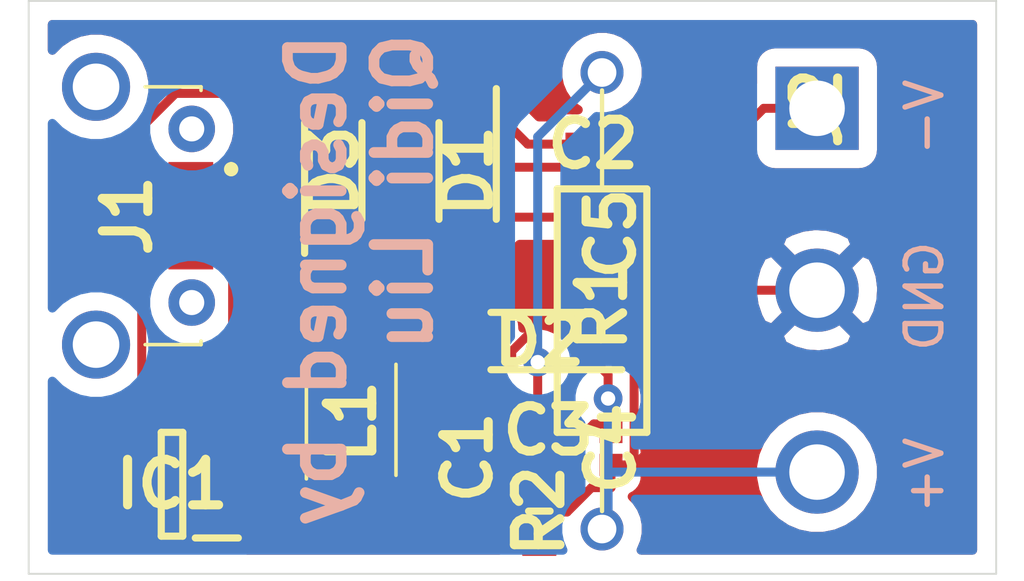
<source format=kicad_pcb>
(kicad_pcb (version 20171130) (host pcbnew 5.1.9+dfsg1-1)

  (general
    (thickness 1.6)
    (drawings 8)
    (tracks 108)
    (zones 0)
    (modules 14)
    (nets 17)
  )

  (page A4)
  (layers
    (0 F.Cu signal)
    (31 B.Cu signal)
    (32 B.Adhes user)
    (33 F.Adhes user)
    (34 B.Paste user)
    (35 F.Paste user)
    (36 B.SilkS user)
    (37 F.SilkS user)
    (38 B.Mask user)
    (39 F.Mask user)
    (40 Dwgs.User user)
    (41 Cmts.User user)
    (42 Eco1.User user)
    (43 Eco2.User user)
    (44 Edge.Cuts user)
    (45 Margin user)
    (46 B.CrtYd user)
    (47 F.CrtYd user)
    (48 B.Fab user)
    (49 F.Fab user)
  )

  (setup
    (last_trace_width 0.25)
    (trace_clearance 0.2)
    (zone_clearance 0.508)
    (zone_45_only no)
    (trace_min 0.2)
    (via_size 0.8)
    (via_drill 0.4)
    (via_min_size 0.4)
    (via_min_drill 0.3)
    (uvia_size 0.3)
    (uvia_drill 0.1)
    (uvias_allowed no)
    (uvia_min_size 0.2)
    (uvia_min_drill 0.1)
    (edge_width 0.05)
    (segment_width 0.2)
    (pcb_text_width 0.3)
    (pcb_text_size 1.5 1.5)
    (mod_edge_width 0.12)
    (mod_text_size 1 1)
    (mod_text_width 0.15)
    (pad_size 1.524 1.524)
    (pad_drill 0.762)
    (pad_to_mask_clearance 0)
    (aux_axis_origin 0 0)
    (visible_elements FFFFFF7F)
    (pcbplotparams
      (layerselection 0x010fc_ffffffff)
      (usegerberextensions false)
      (usegerberattributes true)
      (usegerberadvancedattributes true)
      (creategerberjobfile true)
      (excludeedgelayer true)
      (linewidth 0.100000)
      (plotframeref false)
      (viasonmask false)
      (mode 1)
      (useauxorigin false)
      (hpglpennumber 1)
      (hpglpenspeed 20)
      (hpglpendiameter 15.000000)
      (psnegative false)
      (psa4output false)
      (plotreference true)
      (plotvalue true)
      (plotinvisibletext false)
      (padsonsilk false)
      (subtractmaskfromsilk false)
      (outputformat 1)
      (mirror false)
      (drillshape 1)
      (scaleselection 1)
      (outputdirectory ""))
  )

  (net 0 "")
  (net 1 "Net-(C1-Pad1)")
  (net 2 GND)
  (net 3 "Net-(C2-Pad2)")
  (net 4 "Net-(C2-Pad1)")
  (net 5 /V+)
  (net 6 "Net-(C3-Pad2)")
  (net 7 /V-)
  (net 8 "Net-(J1-Pad2)")
  (net 9 "Net-(J1-Pad3)")
  (net 10 "Net-(J1-Pad4)")
  (net 11 "Net-(J1-PadMH1)")
  (net 12 "Net-(J1-PadMH2)")
  (net 13 "Net-(J1-PadMH3)")
  (net 14 "Net-(J1-PadMH4)")
  (net 15 "Net-(J1-PadMP1)")
  (net 16 "Net-(J1-PadMP2)")

  (net_class Default "This is the default net class."
    (clearance 0.2)
    (trace_width 0.25)
    (via_dia 0.8)
    (via_drill 0.4)
    (uvia_dia 0.3)
    (uvia_drill 0.1)
    (add_net /V+)
    (add_net /V-)
    (add_net GND)
    (add_net "Net-(C1-Pad1)")
    (add_net "Net-(C2-Pad1)")
    (add_net "Net-(C2-Pad2)")
    (add_net "Net-(C3-Pad2)")
    (add_net "Net-(J1-Pad2)")
    (add_net "Net-(J1-Pad3)")
    (add_net "Net-(J1-Pad4)")
    (add_net "Net-(J1-PadMH1)")
    (add_net "Net-(J1-PadMH2)")
    (add_net "Net-(J1-PadMH3)")
    (add_net "Net-(J1-PadMH4)")
    (add_net "Net-(J1-PadMP1)")
    (add_net "Net-(J1-PadMP2)")
  )

  (module my_lib:RESAD1680W62L680D250 (layer F.Cu) (tedit 60FB35F0) (tstamp 60FB3C7F)
    (at 145 107.5 90)
    (descr MFR0W4F1001A50)
    (tags Resistor)
    (path /60FC145B)
    (fp_text reference R1 (at 6.25 0 90) (layer F.SilkS)
      (effects (font (size 1.27 1.27) (thickness 0.254)))
    )
    (fp_text value MFR0W4F1001A50 (at 6.75 -2.75 90) (layer F.SilkS) hide
      (effects (font (size 1.27 1.27) (thickness 0.254)))
    )
    (fp_text user %R (at 6.25 0 90) (layer F.Fab)
      (effects (font (size 1.27 1.27) (thickness 0.254)))
    )
    (fp_line (start 9.5 0) (end 12.25 0) (layer F.SilkS) (width 0.12))
    (fp_line (start 0.5 0) (end 2.75 0) (layer F.SilkS) (width 0.12))
    (fp_line (start 9.5 0) (end 12.25 0) (layer F.Fab) (width 0.1))
    (fp_line (start -0.85 -1.6) (end 13.75 -1.6) (layer F.CrtYd) (width 0.05))
    (fp_line (start 13.75 -1.6) (end 13.75 1.6) (layer F.CrtYd) (width 0.05))
    (fp_line (start 13.75 1.6) (end -0.85 1.6) (layer F.CrtYd) (width 0.05))
    (fp_line (start -0.85 1.6) (end -0.85 -1.6) (layer F.CrtYd) (width 0.05))
    (fp_line (start 2.7 -1.25) (end 9.5 -1.25) (layer F.Fab) (width 0.1))
    (fp_line (start 9.5 -1.25) (end 9.5 1.25) (layer F.Fab) (width 0.1))
    (fp_line (start 9.5 1.25) (end 2.7 1.25) (layer F.Fab) (width 0.1))
    (fp_line (start 2.75 1.25) (end 2.75 -1.25) (layer F.Fab) (width 0.1))
    (fp_line (start 0 0) (end 2.75 0) (layer F.Fab) (width 0.1))
    (fp_line (start 2.7 -1.25) (end 9.5 -1.25) (layer F.SilkS) (width 0.2))
    (fp_line (start 9.5 -1.25) (end 9.5 1.25) (layer F.SilkS) (width 0.2))
    (fp_line (start 9.5 1.25) (end 2.7 1.25) (layer F.SilkS) (width 0.2))
    (fp_line (start 2.7 1.25) (end 2.7 -1.25) (layer F.SilkS) (width 0.2))
    (pad 2 thru_hole circle (at 12.75 0 90) (size 1.2 1.2) (drill 0.8) (layers *.Cu *.Mask)
      (net 6 "Net-(C3-Pad2)"))
    (pad 1 thru_hole circle (at 0 0 90) (size 1.2 1.2) (drill 0.8) (layers *.Cu *.Mask)
      (net 5 /V+))
    (model MFR0W4F1001A50.stp
      (offset (xyz 0 0 2))
      (scale (xyz 0.76 1 1))
      (rotate (xyz 0 0 0))
    )
  )

  (module my_lib:MICROXNJ (layer F.Cu) (tedit 60FB3531) (tstamp 60FB2A4A)
    (at 128.75 98.75 90)
    (descr MICROXNJ-1)
    (tags Connector)
    (path /60FB5FA2)
    (fp_text reference J1 (at 0 3 90) (layer F.SilkS)
      (effects (font (size 1.27 1.27) (thickness 0.254)))
    )
    (fp_text value MICROXNJ (at 0 3 90) (layer F.SilkS) hide
      (effects (font (size 1.27 1.27) (thickness 0.254)))
    )
    (fp_arc (start 1.3 5.9) (end 1.4 5.9) (angle -180) (layer F.SilkS) (width 0.2))
    (fp_arc (start 1.3 5.9) (end 1.2 5.9) (angle -180) (layer F.SilkS) (width 0.2))
    (fp_text user %R (at 0 3 90) (layer F.Fab)
      (effects (font (size 1.27 1.27) (thickness 0.254)))
    )
    (fp_line (start 3.6 5.06) (end 3.5 5.06) (layer F.SilkS) (width 0.1))
    (fp_line (start 3.6 3.5) (end 3.6 5.06) (layer F.SilkS) (width 0.1))
    (fp_line (start -3.6 5.06) (end -3.5 5.06) (layer F.SilkS) (width 0.1))
    (fp_line (start -3.6 5.06) (end -3.6 5.06) (layer F.SilkS) (width 0.1))
    (fp_line (start -3.6 3.5) (end -3.6 5.06) (layer F.SilkS) (width 0.1))
    (fp_line (start 1.4 5.9) (end 1.4 5.9) (layer F.SilkS) (width 0.2))
    (fp_line (start 1.2 5.9) (end 1.2 5.9) (layer F.SilkS) (width 0.2))
    (fp_line (start -5.05 6.5) (end -5.05 -0.5) (layer F.CrtYd) (width 0.1))
    (fp_line (start 5.05 6.5) (end -5.05 6.5) (layer F.CrtYd) (width 0.1))
    (fp_line (start 5.05 -0.5) (end 5.05 6.5) (layer F.CrtYd) (width 0.1))
    (fp_line (start -5.05 -0.5) (end 5.05 -0.5) (layer F.CrtYd) (width 0.1))
    (fp_line (start -3.6 5.06) (end -3.6 0) (layer F.Fab) (width 0.2))
    (fp_line (start 3.6 5.06) (end -3.6 5.06) (layer F.Fab) (width 0.2))
    (fp_line (start 3.6 0) (end 3.6 5.06) (layer F.Fab) (width 0.2))
    (fp_line (start -3.6 0) (end 3.6 0) (layer F.Fab) (width 0.2))
    (pad MP2 smd rect (at -0.8 2.125 90) (size 0.6 1.35) (layers F.Cu F.Paste F.Mask)
      (net 16 "Net-(J1-PadMP2)"))
    (pad MP1 smd rect (at 0.8 2.125 90) (size 0.6 1.35) (layers F.Cu F.Paste F.Mask)
      (net 15 "Net-(J1-PadMP1)"))
    (pad MH4 thru_hole circle (at -3.6 2.13 90) (size 1.9 1.9) (drill 1.3) (layers *.Cu *.Mask)
      (net 14 "Net-(J1-PadMH4)"))
    (pad MH3 thru_hole circle (at 3.6 2.13 90) (size 1.9 1.9) (drill 1.3) (layers *.Cu *.Mask)
      (net 13 "Net-(J1-PadMH3)"))
    (pad MH2 thru_hole circle (at -2.425 4.8 90) (size 1.3 1.3) (drill 0.7) (layers *.Cu *.Mask)
      (net 12 "Net-(J1-PadMH2)"))
    (pad MH1 thru_hole circle (at 2.425 4.8 90) (size 1.3 1.3) (drill 0.7) (layers *.Cu *.Mask)
      (net 11 "Net-(J1-PadMH1)"))
    (pad 5 smd rect (at -1.3 4.775 90) (size 0.4 1.25) (layers F.Cu F.Paste F.Mask)
      (net 1 "Net-(C1-Pad1)"))
    (pad 4 smd rect (at -0.65 4.775 90) (size 0.4 1.25) (layers F.Cu F.Paste F.Mask)
      (net 10 "Net-(J1-Pad4)"))
    (pad 3 smd rect (at 0 4.775 90) (size 0.4 1.25) (layers F.Cu F.Paste F.Mask)
      (net 9 "Net-(J1-Pad3)"))
    (pad 2 smd rect (at 0.65 4.775 90) (size 0.4 1.25) (layers F.Cu F.Paste F.Mask)
      (net 8 "Net-(J1-Pad2)"))
    (pad 1 smd rect (at 1.3 4.775 90) (size 0.4 1.25) (layers F.Cu F.Paste F.Mask)
      (net 2 GND))
    (model MICROXNJ.stp
      (at (xyz 0 0 0))
      (scale (xyz 1 1 1))
      (rotate (xyz 0 0 0))
    )
  )

  (module my_lib:SHDR3W95P0X508_1X3_1524X1000X1420P (layer F.Cu) (tedit 60FB34F5) (tstamp 60FB2A5E)
    (at 151 95.75 270)
    (descr WJ500V-5.08-3P)
    (tags Connector)
    (path /60FCDC14)
    (fp_text reference J2 (at 0 0 90) (layer F.SilkS)
      (effects (font (size 1.27 1.27) (thickness 0.254)))
    )
    (fp_text value WJ500V-5.08-3P (at 0 0 90) (layer F.SilkS) hide
      (effects (font (size 1.27 1.27) (thickness 0.254)))
    )
    (fp_text user %R (at 0 0 90) (layer F.Fab)
      (effects (font (size 1.27 1.27) (thickness 0.254)))
    )
    (fp_line (start 12.7 4.7) (end -2.74 4.7) (layer F.Fab) (width 0.1))
    (fp_line (start 12.7 -5.5) (end 12.7 4.7) (layer F.Fab) (width 0.1))
    (fp_line (start -2.74 -5.5) (end 12.7 -5.5) (layer F.Fab) (width 0.1))
    (fp_line (start -2.74 4.7) (end -2.74 -5.5) (layer F.Fab) (width 0.1))
    (fp_line (start 12.95 4.95) (end -2.99 4.95) (layer F.CrtYd) (width 0.05))
    (fp_line (start 12.95 -5.75) (end 12.95 4.95) (layer F.CrtYd) (width 0.05))
    (fp_line (start -2.99 -5.75) (end 12.95 -5.75) (layer F.CrtYd) (width 0.05))
    (fp_line (start -2.99 4.95) (end -2.99 -5.75) (layer F.CrtYd) (width 0.05))
    (pad 3 thru_hole circle (at 10.16 0 270) (size 2.325 2.325) (drill 1.55) (layers *.Cu *.Mask)
      (net 5 /V+))
    (pad 2 thru_hole circle (at 5.08 0 270) (size 2.325 2.325) (drill 1.55) (layers *.Cu *.Mask)
      (net 2 GND))
    (pad 1 thru_hole rect (at 0 0 270) (size 2.325 2.325) (drill 1.55) (layers *.Cu *.Mask)
      (net 7 /V-))
    (model WJ500V-5.08-3P.stp
      (at (xyz 0 0 0))
      (scale (xyz 1 1 1))
      (rotate (xyz 0 0 0))
    )
  )

  (module my_lib:CAPC1608X90N (layer F.Cu) (tedit 0) (tstamp 60FB299C)
    (at 141.25 105.5 270)
    (descr CL10A106MQ8NNNC)
    (tags Capacitor)
    (path /60FB7A54)
    (attr smd)
    (fp_text reference C1 (at 0 0 90) (layer F.SilkS)
      (effects (font (size 1.27 1.27) (thickness 0.254)))
    )
    (fp_text value CL10A106MQ8NNNC (at 0 0 90) (layer F.SilkS) hide
      (effects (font (size 1.27 1.27) (thickness 0.254)))
    )
    (fp_line (start -1.225 -0.62) (end 1.225 -0.62) (layer F.CrtYd) (width 0.05))
    (fp_line (start 1.225 -0.62) (end 1.225 0.62) (layer F.CrtYd) (width 0.05))
    (fp_line (start 1.225 0.62) (end -1.225 0.62) (layer F.CrtYd) (width 0.05))
    (fp_line (start -1.225 0.62) (end -1.225 -0.62) (layer F.CrtYd) (width 0.05))
    (fp_line (start -0.8 -0.4) (end 0.8 -0.4) (layer F.Fab) (width 0.1))
    (fp_line (start 0.8 -0.4) (end 0.8 0.4) (layer F.Fab) (width 0.1))
    (fp_line (start 0.8 0.4) (end -0.8 0.4) (layer F.Fab) (width 0.1))
    (fp_line (start -0.8 0.4) (end -0.8 -0.4) (layer F.Fab) (width 0.1))
    (fp_text user %R (at 0 0 90) (layer F.Fab)
      (effects (font (size 1.27 1.27) (thickness 0.254)))
    )
    (pad 1 smd rect (at -0.71 0 270) (size 0.73 0.94) (layers F.Cu F.Paste F.Mask)
      (net 1 "Net-(C1-Pad1)"))
    (pad 2 smd rect (at 0.71 0 270) (size 0.73 0.94) (layers F.Cu F.Paste F.Mask)
      (net 2 GND))
    (model CL10A106MQ8NNNC.stp
      (at (xyz 0 0 0))
      (scale (xyz 1 1 1))
      (rotate (xyz 0 0 0))
    )
  )

  (module my_lib:CAPC1005X60N (layer F.Cu) (tedit 0) (tstamp 60FB29AB)
    (at 144.75 96.75)
    (descr CL05A105KA5NQNC)
    (tags Capacitor)
    (path /60FD0814)
    (attr smd)
    (fp_text reference C2 (at 0 0) (layer F.SilkS)
      (effects (font (size 1.27 1.27) (thickness 0.254)))
    )
    (fp_text value CL05A105KA5NQNC (at 0 0) (layer F.SilkS) hide
      (effects (font (size 1.27 1.27) (thickness 0.254)))
    )
    (fp_line (start -0.5 0.25) (end -0.5 -0.25) (layer F.Fab) (width 0.1))
    (fp_line (start 0.5 0.25) (end -0.5 0.25) (layer F.Fab) (width 0.1))
    (fp_line (start 0.5 -0.25) (end 0.5 0.25) (layer F.Fab) (width 0.1))
    (fp_line (start -0.5 -0.25) (end 0.5 -0.25) (layer F.Fab) (width 0.1))
    (fp_line (start -0.92 0.47) (end -0.92 -0.47) (layer F.CrtYd) (width 0.05))
    (fp_line (start 0.92 0.47) (end -0.92 0.47) (layer F.CrtYd) (width 0.05))
    (fp_line (start 0.92 -0.47) (end 0.92 0.47) (layer F.CrtYd) (width 0.05))
    (fp_line (start -0.92 -0.47) (end 0.92 -0.47) (layer F.CrtYd) (width 0.05))
    (fp_text user %R (at 0 0) (layer F.Fab)
      (effects (font (size 1.27 1.27) (thickness 0.254)))
    )
    (pad 2 smd rect (at 0.46 0) (size 0.62 0.64) (layers F.Cu F.Paste F.Mask)
      (net 3 "Net-(C2-Pad2)"))
    (pad 1 smd rect (at -0.46 0) (size 0.62 0.64) (layers F.Cu F.Paste F.Mask)
      (net 4 "Net-(C2-Pad1)"))
    (model CL05A105KA5NQNC.stp
      (at (xyz 0 0 0))
      (scale (xyz 1 1 1))
      (rotate (xyz 0 0 0))
    )
  )

  (module my_lib:CAPC1005X55N (layer F.Cu) (tedit 0) (tstamp 60FB29BA)
    (at 143.5 104.75 180)
    (descr 0402)
    (tags Capacitor)
    (path /60FC5B35)
    (attr smd)
    (fp_text reference C3 (at 0 0) (layer F.SilkS)
      (effects (font (size 1.27 1.27) (thickness 0.254)))
    )
    (fp_text value CC0402JRNPO9BN220 (at 0 0) (layer F.SilkS) hide
      (effects (font (size 1.27 1.27) (thickness 0.254)))
    )
    (fp_line (start -0.91 -0.46) (end 0.91 -0.46) (layer F.CrtYd) (width 0.05))
    (fp_line (start 0.91 -0.46) (end 0.91 0.46) (layer F.CrtYd) (width 0.05))
    (fp_line (start 0.91 0.46) (end -0.91 0.46) (layer F.CrtYd) (width 0.05))
    (fp_line (start -0.91 0.46) (end -0.91 -0.46) (layer F.CrtYd) (width 0.05))
    (fp_line (start -0.5 -0.25) (end 0.5 -0.25) (layer F.Fab) (width 0.1))
    (fp_line (start 0.5 -0.25) (end 0.5 0.25) (layer F.Fab) (width 0.1))
    (fp_line (start 0.5 0.25) (end -0.5 0.25) (layer F.Fab) (width 0.1))
    (fp_line (start -0.5 0.25) (end -0.5 -0.25) (layer F.Fab) (width 0.1))
    (fp_text user %R (at 0 0) (layer F.Fab)
      (effects (font (size 1.27 1.27) (thickness 0.254)))
    )
    (pad 1 smd rect (at -0.47 0 180) (size 0.58 0.62) (layers F.Cu F.Paste F.Mask)
      (net 5 /V+))
    (pad 2 smd rect (at 0.47 0 180) (size 0.58 0.62) (layers F.Cu F.Paste F.Mask)
      (net 6 "Net-(C3-Pad2)"))
    (model CC0402JRNPO9BN220.stp
      (at (xyz 0 0 0))
      (scale (xyz 1 1 1))
      (rotate (xyz 0 0 0))
    )
  )

  (module my_lib:CAPC1005X60N (layer F.Cu) (tedit 0) (tstamp 60FB29C9)
    (at 145.25 105.25 270)
    (descr CL05A105KA5NQNC)
    (tags Capacitor)
    (path /60FCB24E)
    (attr smd)
    (fp_text reference C4 (at 0 0 90) (layer F.SilkS)
      (effects (font (size 1.27 1.27) (thickness 0.254)))
    )
    (fp_text value CL05A105KA5NQNC (at 0 0 90) (layer F.SilkS) hide
      (effects (font (size 1.27 1.27) (thickness 0.254)))
    )
    (fp_line (start -0.92 -0.47) (end 0.92 -0.47) (layer F.CrtYd) (width 0.05))
    (fp_line (start 0.92 -0.47) (end 0.92 0.47) (layer F.CrtYd) (width 0.05))
    (fp_line (start 0.92 0.47) (end -0.92 0.47) (layer F.CrtYd) (width 0.05))
    (fp_line (start -0.92 0.47) (end -0.92 -0.47) (layer F.CrtYd) (width 0.05))
    (fp_line (start -0.5 -0.25) (end 0.5 -0.25) (layer F.Fab) (width 0.1))
    (fp_line (start 0.5 -0.25) (end 0.5 0.25) (layer F.Fab) (width 0.1))
    (fp_line (start 0.5 0.25) (end -0.5 0.25) (layer F.Fab) (width 0.1))
    (fp_line (start -0.5 0.25) (end -0.5 -0.25) (layer F.Fab) (width 0.1))
    (fp_text user %R (at 0 0 90) (layer F.Fab)
      (effects (font (size 1.27 1.27) (thickness 0.254)))
    )
    (pad 1 smd rect (at -0.46 0 270) (size 0.62 0.64) (layers F.Cu F.Paste F.Mask)
      (net 5 /V+))
    (pad 2 smd rect (at 0.46 0 270) (size 0.62 0.64) (layers F.Cu F.Paste F.Mask)
      (net 2 GND))
    (model CL05A105KA5NQNC.stp
      (at (xyz 0 0 0))
      (scale (xyz 1 1 1))
      (rotate (xyz 0 0 0))
    )
  )

  (module my_lib:CAPC1005X60N (layer F.Cu) (tedit 0) (tstamp 60FB29D8)
    (at 145.25 99.25 270)
    (descr CL05A105KA5NQNC)
    (tags Capacitor)
    (path /60FDA185)
    (attr smd)
    (fp_text reference C5 (at 0 0 90) (layer F.SilkS)
      (effects (font (size 1.27 1.27) (thickness 0.254)))
    )
    (fp_text value CL05A105KA5NQNC (at 0 0 90) (layer F.SilkS) hide
      (effects (font (size 1.27 1.27) (thickness 0.254)))
    )
    (fp_line (start -0.92 -0.47) (end 0.92 -0.47) (layer F.CrtYd) (width 0.05))
    (fp_line (start 0.92 -0.47) (end 0.92 0.47) (layer F.CrtYd) (width 0.05))
    (fp_line (start 0.92 0.47) (end -0.92 0.47) (layer F.CrtYd) (width 0.05))
    (fp_line (start -0.92 0.47) (end -0.92 -0.47) (layer F.CrtYd) (width 0.05))
    (fp_line (start -0.5 -0.25) (end 0.5 -0.25) (layer F.Fab) (width 0.1))
    (fp_line (start 0.5 -0.25) (end 0.5 0.25) (layer F.Fab) (width 0.1))
    (fp_line (start 0.5 0.25) (end -0.5 0.25) (layer F.Fab) (width 0.1))
    (fp_line (start -0.5 0.25) (end -0.5 -0.25) (layer F.Fab) (width 0.1))
    (fp_text user %R (at 0 0 90) (layer F.Fab)
      (effects (font (size 1.27 1.27) (thickness 0.254)))
    )
    (pad 1 smd rect (at -0.46 0 270) (size 0.62 0.64) (layers F.Cu F.Paste F.Mask)
      (net 7 /V-))
    (pad 2 smd rect (at 0.46 0 270) (size 0.62 0.64) (layers F.Cu F.Paste F.Mask)
      (net 2 GND))
    (model CL05A105KA5NQNC.stp
      (at (xyz 0 0 0))
      (scale (xyz 1 1 1))
      (rotate (xyz 0 0 0))
    )
  )

  (module my_lib:SOD3816X128N (layer F.Cu) (tedit 0) (tstamp 60FB29EA)
    (at 141.25 97.5 270)
    (descr MBR0520L-1)
    (tags "Schottky Diode")
    (path /60FD8740)
    (attr smd)
    (fp_text reference D1 (at 0 0 90) (layer F.SilkS)
      (effects (font (size 1.27 1.27) (thickness 0.254)))
    )
    (fp_text value MBR0520L (at 0 0 90) (layer F.SilkS) hide
      (effects (font (size 1.27 1.27) (thickness 0.254)))
    )
    (fp_line (start -2.55 -1.675) (end 2.55 -1.675) (layer F.CrtYd) (width 0.05))
    (fp_line (start 2.55 -1.675) (end 2.55 1.675) (layer F.CrtYd) (width 0.05))
    (fp_line (start 2.55 1.675) (end -2.55 1.675) (layer F.CrtYd) (width 0.05))
    (fp_line (start -2.55 1.675) (end -2.55 -1.675) (layer F.CrtYd) (width 0.05))
    (fp_line (start -1.35 -0.8) (end 1.35 -0.8) (layer F.Fab) (width 0.1))
    (fp_line (start 1.35 -0.8) (end 1.35 0.8) (layer F.Fab) (width 0.1))
    (fp_line (start 1.35 0.8) (end -1.35 0.8) (layer F.Fab) (width 0.1))
    (fp_line (start -1.35 0.8) (end -1.35 -0.8) (layer F.Fab) (width 0.1))
    (fp_line (start -1.35 -0.2) (end -0.75 -0.8) (layer F.Fab) (width 0.1))
    (fp_line (start -2.3 -0.8) (end 1.35 -0.8) (layer F.SilkS) (width 0.2))
    (fp_line (start -1.35 0.8) (end 1.35 0.8) (layer F.SilkS) (width 0.2))
    (fp_text user %R (at 0 0 90) (layer F.Fab)
      (effects (font (size 1.27 1.27) (thickness 0.254)))
    )
    (pad 1 smd rect (at -1.7 0) (size 0.8 1.2) (layers F.Cu F.Paste F.Mask)
      (net 4 "Net-(C2-Pad1)"))
    (pad 2 smd rect (at 1.7 0) (size 0.8 1.2) (layers F.Cu F.Paste F.Mask)
      (net 7 /V-))
    (model MBR0520L.stp
      (at (xyz 0 0 0))
      (scale (xyz 1 1 1))
      (rotate (xyz 0 0 0))
    )
  )

  (module my_lib:SOD3816X128N (layer F.Cu) (tedit 0) (tstamp 60FB29FC)
    (at 143.25 102.25 180)
    (descr MBR0520L-1)
    (tags "Schottky Diode")
    (path /60FBFBA6)
    (attr smd)
    (fp_text reference D2 (at 0 0) (layer F.SilkS)
      (effects (font (size 1.27 1.27) (thickness 0.254)))
    )
    (fp_text value MBR0520L (at 0 0) (layer F.SilkS) hide
      (effects (font (size 1.27 1.27) (thickness 0.254)))
    )
    (fp_line (start -2.55 -1.675) (end 2.55 -1.675) (layer F.CrtYd) (width 0.05))
    (fp_line (start 2.55 -1.675) (end 2.55 1.675) (layer F.CrtYd) (width 0.05))
    (fp_line (start 2.55 1.675) (end -2.55 1.675) (layer F.CrtYd) (width 0.05))
    (fp_line (start -2.55 1.675) (end -2.55 -1.675) (layer F.CrtYd) (width 0.05))
    (fp_line (start -1.35 -0.8) (end 1.35 -0.8) (layer F.Fab) (width 0.1))
    (fp_line (start 1.35 -0.8) (end 1.35 0.8) (layer F.Fab) (width 0.1))
    (fp_line (start 1.35 0.8) (end -1.35 0.8) (layer F.Fab) (width 0.1))
    (fp_line (start -1.35 0.8) (end -1.35 -0.8) (layer F.Fab) (width 0.1))
    (fp_line (start -1.35 -0.2) (end -0.75 -0.8) (layer F.Fab) (width 0.1))
    (fp_line (start -2.3 -0.8) (end 1.35 -0.8) (layer F.SilkS) (width 0.2))
    (fp_line (start -1.35 0.8) (end 1.35 0.8) (layer F.SilkS) (width 0.2))
    (fp_text user %R (at 0 0) (layer F.Fab)
      (effects (font (size 1.27 1.27) (thickness 0.254)))
    )
    (pad 1 smd rect (at -1.7 0 270) (size 0.8 1.2) (layers F.Cu F.Paste F.Mask)
      (net 5 /V+))
    (pad 2 smd rect (at 1.7 0 270) (size 0.8 1.2) (layers F.Cu F.Paste F.Mask)
      (net 3 "Net-(C2-Pad2)"))
    (model MBR0520L.stp
      (at (xyz 0 0 0))
      (scale (xyz 1 1 1))
      (rotate (xyz 0 0 0))
    )
  )

  (module my_lib:SOD3816X128N (layer F.Cu) (tedit 0) (tstamp 60FB2A0E)
    (at 137.5 97.5 90)
    (descr MBR0520L-1)
    (tags "Schottky Diode")
    (path /60FD5EF1)
    (attr smd)
    (fp_text reference D3 (at 0 0 90) (layer F.SilkS)
      (effects (font (size 1.27 1.27) (thickness 0.254)))
    )
    (fp_text value MBR0520L (at 0 0 90) (layer F.SilkS) hide
      (effects (font (size 1.27 1.27) (thickness 0.254)))
    )
    (fp_line (start -1.35 0.8) (end 1.35 0.8) (layer F.SilkS) (width 0.2))
    (fp_line (start -2.3 -0.8) (end 1.35 -0.8) (layer F.SilkS) (width 0.2))
    (fp_line (start -1.35 -0.2) (end -0.75 -0.8) (layer F.Fab) (width 0.1))
    (fp_line (start -1.35 0.8) (end -1.35 -0.8) (layer F.Fab) (width 0.1))
    (fp_line (start 1.35 0.8) (end -1.35 0.8) (layer F.Fab) (width 0.1))
    (fp_line (start 1.35 -0.8) (end 1.35 0.8) (layer F.Fab) (width 0.1))
    (fp_line (start -1.35 -0.8) (end 1.35 -0.8) (layer F.Fab) (width 0.1))
    (fp_line (start -2.55 1.675) (end -2.55 -1.675) (layer F.CrtYd) (width 0.05))
    (fp_line (start 2.55 1.675) (end -2.55 1.675) (layer F.CrtYd) (width 0.05))
    (fp_line (start 2.55 -1.675) (end 2.55 1.675) (layer F.CrtYd) (width 0.05))
    (fp_line (start -2.55 -1.675) (end 2.55 -1.675) (layer F.CrtYd) (width 0.05))
    (fp_text user %R (at 0 0 90) (layer F.Fab)
      (effects (font (size 1.27 1.27) (thickness 0.254)))
    )
    (pad 2 smd rect (at 1.7 0 180) (size 0.8 1.2) (layers F.Cu F.Paste F.Mask)
      (net 4 "Net-(C2-Pad1)"))
    (pad 1 smd rect (at -1.7 0 180) (size 0.8 1.2) (layers F.Cu F.Paste F.Mask)
      (net 2 GND))
    (model MBR0520L.stp
      (at (xyz 0 0 0))
      (scale (xyz 1 1 1))
      (rotate (xyz 0 0 0))
    )
  )

  (module my_lib:SOT95P280X145-5N (layer F.Cu) (tedit 0) (tstamp 60FB2A26)
    (at 133 106.25 180)
    (descr "DBV (R-PDSO-G5)")
    (tags "Integrated Circuit")
    (path /60FB39DB)
    (attr smd)
    (fp_text reference IC1 (at 0 0) (layer F.SilkS)
      (effects (font (size 1.27 1.27) (thickness 0.254)))
    )
    (fp_text value TPS61040DBVR (at 0 0) (layer F.SilkS) hide
      (effects (font (size 1.27 1.27) (thickness 0.254)))
    )
    (fp_line (start -2.1 -1.775) (end 2.1 -1.775) (layer F.CrtYd) (width 0.05))
    (fp_line (start 2.1 -1.775) (end 2.1 1.775) (layer F.CrtYd) (width 0.05))
    (fp_line (start 2.1 1.775) (end -2.1 1.775) (layer F.CrtYd) (width 0.05))
    (fp_line (start -2.1 1.775) (end -2.1 -1.775) (layer F.CrtYd) (width 0.05))
    (fp_line (start -0.8 -1.45) (end 0.8 -1.45) (layer F.Fab) (width 0.1))
    (fp_line (start 0.8 -1.45) (end 0.8 1.45) (layer F.Fab) (width 0.1))
    (fp_line (start 0.8 1.45) (end -0.8 1.45) (layer F.Fab) (width 0.1))
    (fp_line (start -0.8 1.45) (end -0.8 -1.45) (layer F.Fab) (width 0.1))
    (fp_line (start -0.8 -0.5) (end 0.15 -1.45) (layer F.Fab) (width 0.1))
    (fp_line (start -0.3 -1.45) (end 0.3 -1.45) (layer F.SilkS) (width 0.2))
    (fp_line (start 0.3 -1.45) (end 0.3 1.45) (layer F.SilkS) (width 0.2))
    (fp_line (start 0.3 1.45) (end -0.3 1.45) (layer F.SilkS) (width 0.2))
    (fp_line (start -0.3 1.45) (end -0.3 -1.45) (layer F.SilkS) (width 0.2))
    (fp_line (start -1.85 -1.5) (end -0.65 -1.5) (layer F.SilkS) (width 0.2))
    (fp_text user %R (at 0 0) (layer F.Fab)
      (effects (font (size 1.27 1.27) (thickness 0.254)))
    )
    (pad 1 smd rect (at -1.25 -0.95 270) (size 0.6 1.2) (layers F.Cu F.Paste F.Mask)
      (net 3 "Net-(C2-Pad2)"))
    (pad 2 smd rect (at -1.25 0 270) (size 0.6 1.2) (layers F.Cu F.Paste F.Mask)
      (net 2 GND))
    (pad 3 smd rect (at -1.25 0.95 270) (size 0.6 1.2) (layers F.Cu F.Paste F.Mask)
      (net 6 "Net-(C3-Pad2)"))
    (pad 4 smd rect (at 1.25 0.95 270) (size 0.6 1.2) (layers F.Cu F.Paste F.Mask)
      (net 1 "Net-(C1-Pad1)"))
    (pad 5 smd rect (at 1.25 -0.95 270) (size 0.6 1.2) (layers F.Cu F.Paste F.Mask)
      (net 1 "Net-(C1-Pad1)"))
    (model TPS61040DBVR.stp
      (at (xyz 0 0 0))
      (scale (xyz 1 1 1))
      (rotate (xyz 0 0 0))
    )
  )

  (module my_lib:LQH32DN100K23L (layer F.Cu) (tedit 0) (tstamp 60FB2A71)
    (at 138 104.5 270)
    (descr "1210 (3225) L=3.2±0.3mm W=2.5±0.2mm T=2.0±0.2mm")
    (tags Inductor)
    (path /60FBE9EA)
    (attr smd)
    (fp_text reference L1 (at 0 0 90) (layer F.SilkS)
      (effects (font (size 1.27 1.27) (thickness 0.254)))
    )
    (fp_text value LQH32CN4R7M33L (at 0 0 90) (layer F.SilkS) hide
      (effects (font (size 1.27 1.27) (thickness 0.254)))
    )
    (fp_line (start -1.6 -1.25) (end 1.6 -1.25) (layer F.Fab) (width 0.2))
    (fp_line (start 1.6 -1.25) (end 1.6 1.25) (layer F.Fab) (width 0.2))
    (fp_line (start 1.6 1.25) (end -1.6 1.25) (layer F.Fab) (width 0.2))
    (fp_line (start -1.6 1.25) (end -1.6 -1.25) (layer F.Fab) (width 0.2))
    (fp_line (start -3.75 -2.25) (end 3.75 -2.25) (layer F.CrtYd) (width 0.1))
    (fp_line (start 3.75 -2.25) (end 3.75 2.25) (layer F.CrtYd) (width 0.1))
    (fp_line (start 3.75 2.25) (end -3.75 2.25) (layer F.CrtYd) (width 0.1))
    (fp_line (start -3.75 2.25) (end -3.75 -2.25) (layer F.CrtYd) (width 0.1))
    (fp_line (start -1.6 -1.25) (end 1.5 -1.25) (layer F.SilkS) (width 0.1))
    (fp_line (start -1.5 1.25) (end 1.6 1.25) (layer F.SilkS) (width 0.1))
    (fp_text user %R (at 0 0 90) (layer F.Fab)
      (effects (font (size 1.27 1.27) (thickness 0.254)))
    )
    (pad 1 smd rect (at -1.15 0 270) (size 1 2) (layers F.Cu F.Paste F.Mask)
      (net 1 "Net-(C1-Pad1)"))
    (pad 2 smd rect (at 1.15 0 270) (size 1 2) (layers F.Cu F.Paste F.Mask)
      (net 3 "Net-(C2-Pad2)"))
    (pad 3 smd rect (at -2.2 0) (size 1 1.1) (layers F.Cu F.Paste F.Mask))
    (pad 4 smd rect (at 2.2 0) (size 1 1.1) (layers F.Cu F.Paste F.Mask))
    (model LQH32CN4R7M33L.stp
      (at (xyz 0 0 0))
      (scale (xyz 1 1 1))
      (rotate (xyz 0 0 0))
    )
  )

  (module my_lib:RESC1608X55N (layer F.Cu) (tedit 0) (tstamp 60FB2A98)
    (at 143.25 107 270)
    (descr 1.6mmx0.8mm)
    (tags Resistor)
    (path /60FC2832)
    (attr smd)
    (fp_text reference R2 (at 0 0 90) (layer F.SilkS)
      (effects (font (size 1.27 1.27) (thickness 0.254)))
    )
    (fp_text value 0603WAF1001T5E (at 0 0 90) (layer F.SilkS) hide
      (effects (font (size 1.27 1.27) (thickness 0.254)))
    )
    (fp_line (start -1.5 -0.75) (end 1.5 -0.75) (layer F.CrtYd) (width 0.05))
    (fp_line (start 1.5 -0.75) (end 1.5 0.75) (layer F.CrtYd) (width 0.05))
    (fp_line (start 1.5 0.75) (end -1.5 0.75) (layer F.CrtYd) (width 0.05))
    (fp_line (start -1.5 0.75) (end -1.5 -0.75) (layer F.CrtYd) (width 0.05))
    (fp_line (start -0.8 -0.4) (end 0.8 -0.4) (layer F.Fab) (width 0.1))
    (fp_line (start 0.8 -0.4) (end 0.8 0.4) (layer F.Fab) (width 0.1))
    (fp_line (start 0.8 0.4) (end -0.8 0.4) (layer F.Fab) (width 0.1))
    (fp_line (start -0.8 0.4) (end -0.8 -0.4) (layer F.Fab) (width 0.1))
    (fp_line (start 0 -0.3) (end 0 0.3) (layer F.SilkS) (width 0.2))
    (fp_text user %R (at 0 0 90) (layer F.Fab)
      (effects (font (size 1.27 1.27) (thickness 0.254)))
    )
    (pad 1 smd rect (at -0.8 0 270) (size 0.9 0.95) (layers F.Cu F.Paste F.Mask)
      (net 6 "Net-(C3-Pad2)"))
    (pad 2 smd rect (at 0.8 0 270) (size 0.9 0.95) (layers F.Cu F.Paste F.Mask)
      (net 2 GND))
    (model 0603WAF1001T5E.stp
      (at (xyz 0 0 0))
      (scale (xyz 1 1 1))
      (rotate (xyz 0 0 0))
    )
  )

  (gr_text V- (at 154 96 90) (layer B.SilkS)
    (effects (font (size 1 1) (thickness 0.15)) (justify mirror))
  )
  (gr_text GND (at 154 101 90) (layer B.SilkS)
    (effects (font (size 1 1) (thickness 0.15)) (justify mirror))
  )
  (gr_text V+ (at 154 106 90) (layer B.SilkS)
    (effects (font (size 1 1) (thickness 0.15)) (justify mirror))
  )
  (gr_text "Designed by \nQidi Liu" (at 138.25 93.5 90) (layer B.SilkS)
    (effects (font (size 1.5 1.5) (thickness 0.3)) (justify left mirror))
  )
  (gr_line (start 129 108.75) (end 129 92.75) (layer Edge.Cuts) (width 0.05) (tstamp 60FB4BD7))
  (gr_line (start 156 108.75) (end 129 108.75) (layer Edge.Cuts) (width 0.05))
  (gr_line (start 156 92.75) (end 156 108.75) (layer Edge.Cuts) (width 0.05))
  (gr_line (start 129 92.75) (end 156 92.75) (layer Edge.Cuts) (width 0.05))

  (segment (start 141.25 104.79) (end 141.25 104.0997) (width 0.25) (layer F.Cu) (net 1))
  (segment (start 131.75 105.3) (end 132.6753 105.3) (width 0.25) (layer F.Cu) (net 1))
  (segment (start 132.6753 107.2) (end 132.6753 105.3) (width 0.25) (layer F.Cu) (net 1))
  (segment (start 131.75 107.2) (end 132.6753 107.2) (width 0.25) (layer F.Cu) (net 1))
  (segment (start 141.25 104.0997) (end 140.5597 104.0997) (width 0.25) (layer F.Cu) (net 1))
  (segment (start 140.5597 104.0997) (end 139.81 103.35) (width 0.25) (layer F.Cu) (net 1))
  (segment (start 139.81 103.35) (end 138 103.35) (width 0.25) (layer F.Cu) (net 1))
  (segment (start 133.525 100.05) (end 134.4753 100.05) (width 0.25) (layer F.Cu) (net 1))
  (segment (start 138 103.35) (end 136.7409 103.35) (width 0.25) (layer F.Cu) (net 1))
  (segment (start 134.6915 103.2838) (end 134.6915 100.2662) (width 0.25) (layer F.Cu) (net 1))
  (segment (start 134.6915 100.2662) (end 134.4753 100.05) (width 0.25) (layer F.Cu) (net 1))
  (segment (start 136.7409 103.35) (end 136.6747 103.2838) (width 0.25) (layer F.Cu) (net 1))
  (segment (start 136.6747 103.2838) (end 134.6915 103.2838) (width 0.25) (layer F.Cu) (net 1))
  (segment (start 134.6915 103.2838) (end 132.6753 105.3) (width 0.25) (layer F.Cu) (net 1))
  (segment (start 133.525 97.45) (end 135.0247 97.45) (width 0.25) (layer F.Cu) (net 2))
  (segment (start 135.0247 97.45) (end 136.7747 99.2) (width 0.25) (layer F.Cu) (net 2))
  (segment (start 137.1374 99.2) (end 136.7747 99.2) (width 0.25) (layer F.Cu) (net 2))
  (segment (start 141.25 106.21) (end 141.25 106.585) (width 0.25) (layer F.Cu) (net 2))
  (segment (start 141.25 106.585) (end 141.0102 106.585) (width 0.25) (layer F.Cu) (net 2))
  (segment (start 141.0102 106.585) (end 139.2408 104.8156) (width 0.25) (layer F.Cu) (net 2))
  (segment (start 139.2408 104.8156) (end 136.8722 104.8156) (width 0.25) (layer F.Cu) (net 2))
  (segment (start 136.8722 104.8156) (end 135.4378 106.25) (width 0.25) (layer F.Cu) (net 2))
  (segment (start 135.4378 106.25) (end 134.25 106.25) (width 0.25) (layer F.Cu) (net 2))
  (segment (start 137.1374 99.2) (end 137.5 99.2) (width 0.25) (layer F.Cu) (net 2))
  (segment (start 137.5 99.2) (end 137.5 100.1253) (width 0.25) (layer F.Cu) (net 2))
  (segment (start 145.8953 105.71) (end 145.8953 101.5227) (width 0.25) (layer F.Cu) (net 2))
  (segment (start 145.8953 101.5227) (end 145.8754 101.5028) (width 0.25) (layer F.Cu) (net 2))
  (segment (start 145.25 105.71) (end 145.8953 105.71) (width 0.25) (layer F.Cu) (net 2))
  (segment (start 145.8754 100.83) (end 145.3907 100.3453) (width 0.25) (layer F.Cu) (net 2))
  (segment (start 145.3907 100.3453) (end 145.25 100.3453) (width 0.25) (layer F.Cu) (net 2))
  (segment (start 145.8754 101.5028) (end 145.8754 100.83) (width 0.25) (layer F.Cu) (net 2))
  (segment (start 145.8754 100.83) (end 151 100.83) (width 0.25) (layer F.Cu) (net 2))
  (segment (start 145.25 99.71) (end 145.25 100.3453) (width 0.25) (layer F.Cu) (net 2))
  (segment (start 145.8754 101.5028) (end 143.5138 101.5028) (width 0.25) (layer F.Cu) (net 2))
  (segment (start 143.5138 101.5028) (end 142.4793 102.5373) (width 0.25) (layer F.Cu) (net 2))
  (segment (start 142.4793 102.5373) (end 142.4793 102.8393) (width 0.25) (layer F.Cu) (net 2))
  (segment (start 142.4793 102.8393) (end 142.3253 102.9933) (width 0.25) (layer F.Cu) (net 2))
  (segment (start 142.3253 102.9933) (end 140.368 102.9933) (width 0.25) (layer F.Cu) (net 2))
  (segment (start 140.368 102.9933) (end 137.5 100.1253) (width 0.25) (layer F.Cu) (net 2))
  (segment (start 145.25 105.71) (end 145.25 106.3453) (width 0.25) (layer F.Cu) (net 2))
  (segment (start 142.4497 107.8) (end 142.4497 107.7847) (width 0.25) (layer F.Cu) (net 2))
  (segment (start 142.4497 107.7847) (end 141.25 106.585) (width 0.25) (layer F.Cu) (net 2))
  (segment (start 143.25 107.0247) (end 144.0253 107.0247) (width 0.25) (layer F.Cu) (net 2))
  (segment (start 144.0253 107.0247) (end 144.7047 106.3453) (width 0.25) (layer F.Cu) (net 2))
  (segment (start 144.7047 106.3453) (end 145.25 106.3453) (width 0.25) (layer F.Cu) (net 2))
  (segment (start 143.25 107.8) (end 142.4497 107.8) (width 0.25) (layer F.Cu) (net 2))
  (segment (start 143.25 107.8) (end 143.25 107.0247) (width 0.25) (layer F.Cu) (net 2))
  (segment (start 141.55 102.25) (end 141.55 101.5247) (width 0.25) (layer F.Cu) (net 3))
  (segment (start 145.21 96.75) (end 145.21 97.3953) (width 0.25) (layer F.Cu) (net 3))
  (segment (start 134.25 107.2) (end 133.3247 107.2) (width 0.25) (layer F.Cu) (net 3))
  (segment (start 140.518 97.3953) (end 137.4445 97.3953) (width 0.25) (layer F.Cu) (net 3))
  (segment (start 137.4445 97.3953) (end 135.3831 95.3339) (width 0.25) (layer F.Cu) (net 3))
  (segment (start 135.3831 95.3339) (end 133.0979 95.3339) (width 0.25) (layer F.Cu) (net 3))
  (segment (start 133.0979 95.3339) (end 132.1554 96.2764) (width 0.25) (layer F.Cu) (net 3))
  (segment (start 132.1554 96.2764) (end 132.1554 103.4439) (width 0.25) (layer F.Cu) (net 3))
  (segment (start 132.1554 103.4439) (end 130.8246 104.7747) (width 0.25) (layer F.Cu) (net 3))
  (segment (start 130.8246 104.7747) (end 130.8246 107.6353) (width 0.25) (layer F.Cu) (net 3))
  (segment (start 130.8246 107.6353) (end 131.0146 107.8253) (width 0.25) (layer F.Cu) (net 3))
  (segment (start 131.0146 107.8253) (end 132.6994 107.8253) (width 0.25) (layer F.Cu) (net 3))
  (segment (start 132.6994 107.8253) (end 133.3247 107.2) (width 0.25) (layer F.Cu) (net 3))
  (segment (start 145.21 97.3953) (end 140.518 97.3953) (width 0.25) (layer F.Cu) (net 3))
  (segment (start 140.518 97.3953) (end 140.518 100.4927) (width 0.25) (layer F.Cu) (net 3))
  (segment (start 140.518 100.4927) (end 141.55 101.5247) (width 0.25) (layer F.Cu) (net 3))
  (segment (start 136.6747 105.65) (end 135.1753 107.1494) (width 0.25) (layer F.Cu) (net 3))
  (segment (start 135.1753 107.1494) (end 135.1753 107.2) (width 0.25) (layer F.Cu) (net 3))
  (segment (start 138 105.65) (end 136.6747 105.65) (width 0.25) (layer F.Cu) (net 3))
  (segment (start 134.25 107.2) (end 135.1753 107.2) (width 0.25) (layer F.Cu) (net 3))
  (segment (start 137.5 95.8) (end 141.25 95.8) (width 0.25) (layer F.Cu) (net 4))
  (segment (start 141.9753 95.8) (end 142.9253 96.75) (width 0.25) (layer F.Cu) (net 4))
  (segment (start 142.9253 96.75) (end 144.29 96.75) (width 0.25) (layer F.Cu) (net 4))
  (segment (start 141.25 95.8) (end 141.9753 95.8) (width 0.25) (layer F.Cu) (net 4))
  (segment (start 143.97 104.75) (end 144.5853 104.75) (width 0.25) (layer F.Cu) (net 5))
  (segment (start 145.1694 103.8556) (end 145.1694 104.5652) (width 0.25) (layer F.Cu) (net 5))
  (segment (start 145.25 104.79) (end 145.25 104.6458) (width 0.25) (layer F.Cu) (net 5))
  (segment (start 145.25 104.6458) (end 145.1694 104.5652) (width 0.25) (layer F.Cu) (net 5))
  (segment (start 145.1694 104.5652) (end 144.7701 104.5652) (width 0.25) (layer F.Cu) (net 5))
  (segment (start 144.7701 104.5652) (end 144.5853 104.75) (width 0.25) (layer F.Cu) (net 5))
  (segment (start 144.95 102.9753) (end 145.1694 103.1947) (width 0.25) (layer F.Cu) (net 5))
  (segment (start 145.1694 103.1947) (end 145.1694 103.8556) (width 0.25) (layer F.Cu) (net 5))
  (segment (start 144.95 102.25) (end 144.95 102.9753) (width 0.25) (layer F.Cu) (net 5))
  (segment (start 145.1694 105.91) (end 151 105.91) (width 0.25) (layer B.Cu) (net 5))
  (segment (start 145 107.5) (end 145.1694 107.3306) (width 0.25) (layer B.Cu) (net 5))
  (segment (start 145.1694 107.3306) (end 145.1694 105.91) (width 0.25) (layer B.Cu) (net 5))
  (segment (start 145.1694 105.91) (end 145.1694 103.8556) (width 0.25) (layer B.Cu) (net 5))
  (via (at 145.1694 103.8556) (size 0.8) (layers F.Cu B.Cu) (net 5))
  (segment (start 143.25 106.2) (end 143.25 105.4247) (width 0.25) (layer F.Cu) (net 6))
  (segment (start 143.03 104.75) (end 143.03 105.3202) (width 0.25) (layer F.Cu) (net 6))
  (segment (start 134.25 105.3) (end 135.1753 105.3) (width 0.25) (layer F.Cu) (net 6))
  (segment (start 143.25 105.4247) (end 143.2327 105.4074) (width 0.25) (layer F.Cu) (net 6))
  (segment (start 143.2327 105.4074) (end 143.03 105.4074) (width 0.25) (layer F.Cu) (net 6))
  (segment (start 143.03 105.3202) (end 143.03 105.4074) (width 0.25) (layer F.Cu) (net 6))
  (segment (start 143.03 105.4074) (end 142.957 105.4804) (width 0.25) (layer F.Cu) (net 6))
  (segment (start 142.957 105.4804) (end 140.5804 105.4804) (width 0.25) (layer F.Cu) (net 6))
  (segment (start 140.5804 105.4804) (end 139.4653 104.3653) (width 0.25) (layer F.Cu) (net 6))
  (segment (start 139.4653 104.3653) (end 136.11 104.3653) (width 0.25) (layer F.Cu) (net 6))
  (segment (start 136.11 104.3653) (end 135.1753 105.3) (width 0.25) (layer F.Cu) (net 6))
  (segment (start 145 94.75) (end 143.2046 96.5454) (width 0.25) (layer B.Cu) (net 6))
  (segment (start 143.2046 96.5454) (end 143.2046 102.8377) (width 0.25) (layer B.Cu) (net 6))
  (segment (start 143.2046 102.8377) (end 143.2046 103.9401) (width 0.25) (layer F.Cu) (net 6))
  (segment (start 143.2046 103.9401) (end 143.03 104.1147) (width 0.25) (layer F.Cu) (net 6))
  (segment (start 143.03 104.75) (end 143.03 104.1147) (width 0.25) (layer F.Cu) (net 6))
  (via (at 143.2046 102.8377) (size 0.8) (layers F.Cu B.Cu) (net 6))
  (segment (start 149.5122 95.75) (end 146.4722 98.79) (width 0.25) (layer F.Cu) (net 7))
  (segment (start 146.4722 98.79) (end 145.25 98.79) (width 0.25) (layer F.Cu) (net 7))
  (segment (start 151 95.75) (end 149.5122 95.75) (width 0.25) (layer F.Cu) (net 7))
  (segment (start 141.9753 99.2) (end 142.3853 98.79) (width 0.25) (layer F.Cu) (net 7))
  (segment (start 142.3853 98.79) (end 145.25 98.79) (width 0.25) (layer F.Cu) (net 7))
  (segment (start 141.25 99.2) (end 141.9753 99.2) (width 0.25) (layer F.Cu) (net 7))

  (zone (net 2) (net_name GND) (layer F.Cu) (tstamp 0) (hatch edge 0.508)
    (connect_pads (clearance 0.508))
    (min_thickness 0.254)
    (fill yes (arc_segments 32) (thermal_gap 0.508) (thermal_bridge_width 0.508))
    (polygon
      (pts
        (xy 156 108.75) (xy 129 108.75) (xy 129 92.75) (xy 156 92.75)
      )
    )
    (filled_polygon
      (pts
        (xy 155.340001 108.09) (xy 146.091097 108.09) (xy 146.094443 108.084992) (xy 146.18754 107.860236) (xy 146.235 107.621637)
        (xy 146.235 107.378363) (xy 146.18754 107.139764) (xy 146.094443 106.915008) (xy 145.959287 106.712733) (xy 145.841469 106.594915)
        (xy 145.924494 106.550537) (xy 146.021185 106.471185) (xy 146.100537 106.374494) (xy 146.159502 106.26418) (xy 146.195812 106.144482)
        (xy 146.208072 106.02) (xy 146.205 105.99575) (xy 146.04625 105.837) (xy 145.377 105.837) (xy 145.377 105.857)
        (xy 145.123 105.857) (xy 145.123 105.837) (xy 145.103 105.837) (xy 145.103 105.738072) (xy 145.57 105.738072)
        (xy 145.621884 105.732962) (xy 149.2025 105.732962) (xy 149.2025 106.087038) (xy 149.271577 106.434311) (xy 149.407076 106.761435)
        (xy 149.603791 107.055839) (xy 149.854161 107.306209) (xy 150.148565 107.502924) (xy 150.475689 107.638423) (xy 150.822962 107.7075)
        (xy 151.177038 107.7075) (xy 151.524311 107.638423) (xy 151.851435 107.502924) (xy 152.145839 107.306209) (xy 152.396209 107.055839)
        (xy 152.592924 106.761435) (xy 152.728423 106.434311) (xy 152.7975 106.087038) (xy 152.7975 105.732962) (xy 152.728423 105.385689)
        (xy 152.592924 105.058565) (xy 152.396209 104.764161) (xy 152.145839 104.513791) (xy 151.851435 104.317076) (xy 151.524311 104.181577)
        (xy 151.177038 104.1125) (xy 150.822962 104.1125) (xy 150.475689 104.181577) (xy 150.148565 104.317076) (xy 149.854161 104.513791)
        (xy 149.603791 104.764161) (xy 149.407076 105.058565) (xy 149.271577 105.385689) (xy 149.2025 105.732962) (xy 145.621884 105.732962)
        (xy 145.694482 105.725812) (xy 145.81418 105.689502) (xy 145.924494 105.630537) (xy 145.982418 105.583) (xy 146.04625 105.583)
        (xy 146.205 105.42425) (xy 146.208072 105.4) (xy 146.195812 105.275518) (xy 146.188071 105.25) (xy 146.195812 105.224482)
        (xy 146.208072 105.1) (xy 146.208072 104.48) (xy 146.195812 104.355518) (xy 146.159502 104.23582) (xy 146.144111 104.207026)
        (xy 146.164626 104.157498) (xy 146.2044 103.957539) (xy 146.2044 103.753661) (xy 146.164626 103.553702) (xy 146.086605 103.365344)
        (xy 145.973337 103.195826) (xy 145.933908 103.156397) (xy 146.001185 103.101185) (xy 146.080537 103.004494) (xy 146.139502 102.89418)
        (xy 146.175812 102.774482) (xy 146.188072 102.65) (xy 146.188072 102.081257) (xy 149.928348 102.081257) (xy 150.043717 102.362277)
        (xy 150.361024 102.519396) (xy 150.702886 102.611593) (xy 151.056166 102.635325) (xy 151.407289 102.589678) (xy 151.742758 102.476408)
        (xy 151.956283 102.362277) (xy 152.071652 102.081257) (xy 151 101.009605) (xy 149.928348 102.081257) (xy 146.188072 102.081257)
        (xy 146.188072 101.85) (xy 146.175812 101.725518) (xy 146.139502 101.60582) (xy 146.080537 101.495506) (xy 146.001185 101.398815)
        (xy 145.904494 101.319463) (xy 145.79418 101.260498) (xy 145.674482 101.224188) (xy 145.55 101.211928) (xy 144.35 101.211928)
        (xy 144.225518 101.224188) (xy 144.10582 101.260498) (xy 143.995506 101.319463) (xy 143.898815 101.398815) (xy 143.819463 101.495506)
        (xy 143.760498 101.60582) (xy 143.724188 101.725518) (xy 143.711928 101.85) (xy 143.711928 101.931902) (xy 143.694856 101.920495)
        (xy 143.506498 101.842474) (xy 143.306539 101.8027) (xy 143.102661 101.8027) (xy 142.902702 101.842474) (xy 142.788072 101.889956)
        (xy 142.788072 101.85) (xy 142.775812 101.725518) (xy 142.739502 101.60582) (xy 142.680537 101.495506) (xy 142.601185 101.398815)
        (xy 142.504494 101.319463) (xy 142.39418 101.260498) (xy 142.274482 101.224188) (xy 142.24983 101.22176) (xy 142.184974 101.100424)
        (xy 142.142311 101.048439) (xy 142.113799 101.013696) (xy 142.113795 101.013692) (xy 142.090001 100.984699) (xy 142.061008 100.960905)
        (xy 141.986269 100.886166) (xy 149.194675 100.886166) (xy 149.240322 101.237289) (xy 149.353592 101.572758) (xy 149.467723 101.786283)
        (xy 149.748743 101.901652) (xy 150.820395 100.83) (xy 151.179605 100.83) (xy 152.251257 101.901652) (xy 152.532277 101.786283)
        (xy 152.689396 101.468976) (xy 152.781593 101.127114) (xy 152.805325 100.773834) (xy 152.759678 100.422711) (xy 152.646408 100.087242)
        (xy 152.532277 99.873717) (xy 152.251257 99.758348) (xy 151.179605 100.83) (xy 150.820395 100.83) (xy 149.748743 99.758348)
        (xy 149.467723 99.873717) (xy 149.310604 100.191024) (xy 149.218407 100.532886) (xy 149.194675 100.886166) (xy 141.986269 100.886166)
        (xy 141.538174 100.438072) (xy 141.65 100.438072) (xy 141.774482 100.425812) (xy 141.89418 100.389502) (xy 142.004494 100.330537)
        (xy 142.101185 100.251185) (xy 142.180537 100.154494) (xy 142.239502 100.04418) (xy 142.246836 100.02) (xy 144.291928 100.02)
        (xy 144.304188 100.144482) (xy 144.340498 100.26418) (xy 144.399463 100.374494) (xy 144.478815 100.471185) (xy 144.575506 100.550537)
        (xy 144.68582 100.609502) (xy 144.805518 100.645812) (xy 144.93 100.658072) (xy 144.96425 100.655) (xy 145.123 100.49625)
        (xy 145.123 99.837) (xy 145.377 99.837) (xy 145.377 100.49625) (xy 145.53575 100.655) (xy 145.57 100.658072)
        (xy 145.694482 100.645812) (xy 145.81418 100.609502) (xy 145.924494 100.550537) (xy 146.021185 100.471185) (xy 146.100537 100.374494)
        (xy 146.159502 100.26418) (xy 146.195812 100.144482) (xy 146.208072 100.02) (xy 146.205 99.99575) (xy 146.04625 99.837)
        (xy 145.377 99.837) (xy 145.123 99.837) (xy 144.45375 99.837) (xy 144.295 99.99575) (xy 144.291928 100.02)
        (xy 142.246836 100.02) (xy 142.275812 99.924482) (xy 142.27824 99.89983) (xy 142.399576 99.834974) (xy 142.515301 99.740001)
        (xy 142.539104 99.710997) (xy 142.700101 99.55) (xy 144.42075 99.55) (xy 144.45375 99.583) (xy 144.517582 99.583)
        (xy 144.575506 99.630537) (xy 144.68582 99.689502) (xy 144.805518 99.725812) (xy 144.93 99.738072) (xy 145.57 99.738072)
        (xy 145.694482 99.725812) (xy 145.81418 99.689502) (xy 145.924494 99.630537) (xy 145.982418 99.583) (xy 146.04625 99.583)
        (xy 146.050507 99.578743) (xy 149.928348 99.578743) (xy 151 100.650395) (xy 152.071652 99.578743) (xy 151.956283 99.297723)
        (xy 151.638976 99.140604) (xy 151.297114 99.048407) (xy 150.943834 99.024675) (xy 150.592711 99.070322) (xy 150.257242 99.183592)
        (xy 150.043717 99.297723) (xy 149.928348 99.578743) (xy 146.050507 99.578743) (xy 146.07925 99.55) (xy 146.434878 99.55)
        (xy 146.4722 99.553676) (xy 146.509522 99.55) (xy 146.509533 99.55) (xy 146.621186 99.539003) (xy 146.764447 99.495546)
        (xy 146.896476 99.424974) (xy 147.012201 99.330001) (xy 147.036004 99.300997) (xy 149.232247 97.104755) (xy 149.247998 97.15668)
        (xy 149.306963 97.266994) (xy 149.386315 97.363685) (xy 149.483006 97.443037) (xy 149.59332 97.502002) (xy 149.713018 97.538312)
        (xy 149.8375 97.550572) (xy 152.1625 97.550572) (xy 152.286982 97.538312) (xy 152.40668 97.502002) (xy 152.516994 97.443037)
        (xy 152.613685 97.363685) (xy 152.693037 97.266994) (xy 152.752002 97.15668) (xy 152.788312 97.036982) (xy 152.800572 96.9125)
        (xy 152.800572 94.5875) (xy 152.788312 94.463018) (xy 152.752002 94.34332) (xy 152.693037 94.233006) (xy 152.613685 94.136315)
        (xy 152.516994 94.056963) (xy 152.40668 93.997998) (xy 152.286982 93.961688) (xy 152.1625 93.949428) (xy 149.8375 93.949428)
        (xy 149.713018 93.961688) (xy 149.59332 93.997998) (xy 149.483006 94.056963) (xy 149.386315 94.136315) (xy 149.306963 94.233006)
        (xy 149.247998 94.34332) (xy 149.211688 94.463018) (xy 149.199428 94.5875) (xy 149.199428 95.055425) (xy 149.087924 95.115026)
        (xy 148.972199 95.209999) (xy 148.948401 95.238997) (xy 146.157399 98.03) (xy 146.022158 98.03) (xy 146.021185 98.028815)
        (xy 145.924494 97.949463) (xy 145.81418 97.890498) (xy 145.792233 97.883841) (xy 145.844974 97.819576) (xy 145.915546 97.687547)
        (xy 145.959003 97.544286) (xy 145.960407 97.53003) (xy 145.971185 97.521185) (xy 146.050537 97.424494) (xy 146.109502 97.31418)
        (xy 146.145812 97.194482) (xy 146.158072 97.07) (xy 146.158072 96.43) (xy 146.145812 96.305518) (xy 146.109502 96.18582)
        (xy 146.050537 96.075506) (xy 145.971185 95.978815) (xy 145.874494 95.899463) (xy 145.76418 95.840498) (xy 145.645002 95.804346)
        (xy 145.787267 95.709287) (xy 145.959287 95.537267) (xy 146.094443 95.334992) (xy 146.18754 95.110236) (xy 146.235 94.871637)
        (xy 146.235 94.628363) (xy 146.18754 94.389764) (xy 146.094443 94.165008) (xy 145.959287 93.962733) (xy 145.787267 93.790713)
        (xy 145.584992 93.655557) (xy 145.360236 93.56246) (xy 145.121637 93.515) (xy 144.878363 93.515) (xy 144.639764 93.56246)
        (xy 144.415008 93.655557) (xy 144.212733 93.790713) (xy 144.040713 93.962733) (xy 143.905557 94.165008) (xy 143.81246 94.389764)
        (xy 143.765 94.628363) (xy 143.765 94.871637) (xy 143.81246 95.110236) (xy 143.905557 95.334992) (xy 144.040713 95.537267)
        (xy 144.212733 95.709287) (xy 144.336414 95.791928) (xy 143.98 95.791928) (xy 143.855518 95.804188) (xy 143.73582 95.840498)
        (xy 143.625506 95.899463) (xy 143.528815 95.978815) (xy 143.519636 95.99) (xy 143.240102 95.99) (xy 142.539104 95.289002)
        (xy 142.515301 95.259999) (xy 142.399576 95.165026) (xy 142.27824 95.10017) (xy 142.275812 95.075518) (xy 142.239502 94.95582)
        (xy 142.180537 94.845506) (xy 142.101185 94.748815) (xy 142.004494 94.669463) (xy 141.89418 94.610498) (xy 141.774482 94.574188)
        (xy 141.65 94.561928) (xy 140.85 94.561928) (xy 140.725518 94.574188) (xy 140.60582 94.610498) (xy 140.495506 94.669463)
        (xy 140.398815 94.748815) (xy 140.319463 94.845506) (xy 140.260498 94.95582) (xy 140.234962 95.04) (xy 138.515038 95.04)
        (xy 138.489502 94.95582) (xy 138.430537 94.845506) (xy 138.351185 94.748815) (xy 138.254494 94.669463) (xy 138.14418 94.610498)
        (xy 138.024482 94.574188) (xy 137.9 94.561928) (xy 137.1 94.561928) (xy 136.975518 94.574188) (xy 136.85582 94.610498)
        (xy 136.745506 94.669463) (xy 136.648815 94.748815) (xy 136.569463 94.845506) (xy 136.510498 94.95582) (xy 136.474188 95.075518)
        (xy 136.461928 95.2) (xy 136.461928 95.337927) (xy 135.946904 94.822903) (xy 135.923101 94.793899) (xy 135.807376 94.698926)
        (xy 135.675347 94.628354) (xy 135.532086 94.584897) (xy 135.420433 94.5739) (xy 135.420422 94.5739) (xy 135.3831 94.570224)
        (xy 135.345778 94.5739) (xy 133.135222 94.5739) (xy 133.097899 94.570224) (xy 133.060576 94.5739) (xy 133.060567 94.5739)
        (xy 132.948914 94.584897) (xy 132.805653 94.628354) (xy 132.673624 94.698926) (xy 132.557899 94.793899) (xy 132.534101 94.822897)
        (xy 132.448095 94.908903) (xy 132.404089 94.687673) (xy 132.284609 94.399221) (xy 132.11115 94.139621) (xy 131.890379 93.91885)
        (xy 131.630779 93.745391) (xy 131.342327 93.625911) (xy 131.036109 93.565) (xy 130.723891 93.565) (xy 130.417673 93.625911)
        (xy 130.129221 93.745391) (xy 129.869621 93.91885) (xy 129.66 94.128471) (xy 129.66 93.41) (xy 155.34 93.41)
      )
    )
    (filled_polygon
      (pts
        (xy 140.016601 105.991403) (xy 140.040399 106.020401) (xy 140.156124 106.115374) (xy 140.288153 106.185946) (xy 140.431414 106.229403)
        (xy 140.511918 106.237332) (xy 140.5804 106.244077) (xy 140.617733 106.2404) (xy 141.397 106.2404) (xy 141.397 106.337)
        (xy 141.377 106.337) (xy 141.377 107.05125) (xy 141.53575 107.21) (xy 141.72 107.213072) (xy 141.844482 107.200812)
        (xy 141.96418 107.164502) (xy 142.074494 107.105537) (xy 142.171185 107.026185) (xy 142.222582 106.963558) (xy 142.242061 107)
        (xy 142.185498 107.10582) (xy 142.149188 107.225518) (xy 142.136928 107.35) (xy 142.14 107.51425) (xy 142.29875 107.673)
        (xy 143.123 107.673) (xy 143.123 107.653) (xy 143.377 107.653) (xy 143.377 107.673) (xy 143.397 107.673)
        (xy 143.397 107.927) (xy 143.377 107.927) (xy 143.377 107.947) (xy 143.123 107.947) (xy 143.123 107.927)
        (xy 142.29875 107.927) (xy 142.14 108.08575) (xy 142.139921 108.09) (xy 135.092538 108.09) (xy 135.09418 108.089502)
        (xy 135.204494 108.030537) (xy 135.301056 107.951291) (xy 135.324286 107.949003) (xy 135.467547 107.905546) (xy 135.599576 107.834974)
        (xy 135.715301 107.740001) (xy 135.756827 107.689401) (xy 135.810274 107.624276) (xy 135.850521 107.54898) (xy 136.693377 106.706125)
        (xy 136.75582 106.739502) (xy 136.861928 106.77169) (xy 136.861928 107.25) (xy 136.874188 107.374482) (xy 136.910498 107.49418)
        (xy 136.969463 107.604494) (xy 137.048815 107.701185) (xy 137.145506 107.780537) (xy 137.25582 107.839502) (xy 137.375518 107.875812)
        (xy 137.5 107.888072) (xy 138.5 107.888072) (xy 138.624482 107.875812) (xy 138.74418 107.839502) (xy 138.854494 107.780537)
        (xy 138.951185 107.701185) (xy 139.030537 107.604494) (xy 139.089502 107.49418) (xy 139.125812 107.374482) (xy 139.138072 107.25)
        (xy 139.138072 106.77169) (xy 139.24418 106.739502) (xy 139.354494 106.680537) (xy 139.451185 106.601185) (xy 139.472674 106.575)
        (xy 140.141928 106.575) (xy 140.154188 106.699482) (xy 140.190498 106.81918) (xy 140.249463 106.929494) (xy 140.328815 107.026185)
        (xy 140.425506 107.105537) (xy 140.53582 107.164502) (xy 140.655518 107.200812) (xy 140.78 107.213072) (xy 140.96425 107.21)
        (xy 141.123 107.05125) (xy 141.123 106.337) (xy 140.30375 106.337) (xy 140.145 106.49575) (xy 140.141928 106.575)
        (xy 139.472674 106.575) (xy 139.530537 106.504494) (xy 139.589502 106.39418) (xy 139.625812 106.274482) (xy 139.638072 106.15)
        (xy 139.638072 105.612874)
      )
    )
    (filled_polygon
      (pts
        (xy 134.397 106.261928) (xy 134.103 106.261928) (xy 134.103 106.238072) (xy 134.397 106.238072)
      )
    )
    (filled_polygon
      (pts
        (xy 136.880701 97.906303) (xy 136.904499 97.935301) (xy 136.958261 97.979423) (xy 136.85582 98.010498) (xy 136.745506 98.069463)
        (xy 136.648815 98.148815) (xy 136.569463 98.245506) (xy 136.510498 98.35582) (xy 136.474188 98.475518) (xy 136.461928 98.6)
        (xy 136.465 98.91425) (xy 136.62375 99.073) (xy 137.373 99.073) (xy 137.373 99.053) (xy 137.627 99.053)
        (xy 137.627 99.073) (xy 138.37625 99.073) (xy 138.535 98.91425) (xy 138.538072 98.6) (xy 138.525812 98.475518)
        (xy 138.489502 98.35582) (xy 138.430537 98.245506) (xy 138.356507 98.1553) (xy 139.758 98.1553) (xy 139.758001 100.455368)
        (xy 139.754324 100.4927) (xy 139.758001 100.530033) (xy 139.7608 100.558446) (xy 139.768998 100.641685) (xy 139.812454 100.784946)
        (xy 139.883026 100.916976) (xy 139.954201 101.003702) (xy 139.978 101.032701) (xy 140.006998 101.056499) (xy 140.431427 101.480928)
        (xy 140.419463 101.495506) (xy 140.360498 101.60582) (xy 140.324188 101.725518) (xy 140.311928 101.85) (xy 140.311928 102.65)
        (xy 140.324188 102.774482) (xy 140.329977 102.793566) (xy 140.234276 102.715026) (xy 140.102247 102.644454) (xy 139.958986 102.600997)
        (xy 139.847333 102.59) (xy 139.847322 102.59) (xy 139.81 102.586324) (xy 139.772678 102.59) (xy 139.581046 102.59)
        (xy 139.530537 102.495506) (xy 139.451185 102.398815) (xy 139.354494 102.319463) (xy 139.24418 102.260498) (xy 139.138072 102.22831)
        (xy 139.138072 101.75) (xy 139.125812 101.625518) (xy 139.089502 101.50582) (xy 139.030537 101.395506) (xy 138.951185 101.298815)
        (xy 138.854494 101.219463) (xy 138.74418 101.160498) (xy 138.624482 101.124188) (xy 138.5 101.111928) (xy 137.5 101.111928)
        (xy 137.375518 101.124188) (xy 137.25582 101.160498) (xy 137.145506 101.219463) (xy 137.048815 101.298815) (xy 136.969463 101.395506)
        (xy 136.910498 101.50582) (xy 136.874188 101.625518) (xy 136.861928 101.75) (xy 136.861928 102.22831) (xy 136.75582 102.260498)
        (xy 136.645506 102.319463) (xy 136.548815 102.398815) (xy 136.469463 102.495506) (xy 136.454339 102.5238) (xy 135.4515 102.5238)
        (xy 135.4515 100.303523) (xy 135.455176 100.2662) (xy 135.4515 100.228877) (xy 135.4515 100.228867) (xy 135.440503 100.117214)
        (xy 135.397046 99.973953) (xy 135.326474 99.841924) (xy 135.292068 99.8) (xy 136.461928 99.8) (xy 136.474188 99.924482)
        (xy 136.510498 100.04418) (xy 136.569463 100.154494) (xy 136.648815 100.251185) (xy 136.745506 100.330537) (xy 136.85582 100.389502)
        (xy 136.975518 100.425812) (xy 137.1 100.438072) (xy 137.21425 100.435) (xy 137.373 100.27625) (xy 137.373 99.327)
        (xy 137.627 99.327) (xy 137.627 100.27625) (xy 137.78575 100.435) (xy 137.9 100.438072) (xy 138.024482 100.425812)
        (xy 138.14418 100.389502) (xy 138.254494 100.330537) (xy 138.351185 100.251185) (xy 138.430537 100.154494) (xy 138.489502 100.04418)
        (xy 138.525812 99.924482) (xy 138.538072 99.8) (xy 138.535 99.48575) (xy 138.37625 99.327) (xy 137.627 99.327)
        (xy 137.373 99.327) (xy 136.62375 99.327) (xy 136.465 99.48575) (xy 136.461928 99.8) (xy 135.292068 99.8)
        (xy 135.231501 99.726199) (xy 135.202497 99.702396) (xy 135.039103 99.539002) (xy 135.015301 99.509999) (xy 134.899576 99.415026)
        (xy 134.788072 99.355425) (xy 134.788072 99.2) (xy 134.775812 99.075518) (xy 134.775655 99.075) (xy 134.775812 99.074482)
        (xy 134.788072 98.95) (xy 134.788072 98.55) (xy 134.775812 98.425518) (xy 134.775655 98.425) (xy 134.775812 98.424482)
        (xy 134.788072 98.3) (xy 134.788072 97.9) (xy 134.775812 97.775518) (xy 134.774975 97.772758) (xy 134.785 97.68175)
        (xy 134.717032 97.613782) (xy 134.680537 97.545506) (xy 134.601185 97.448815) (xy 134.513678 97.377) (xy 134.62625 97.377)
        (xy 134.785 97.21825) (xy 134.773626 97.114997) (xy 134.735306 96.995927) (xy 134.693839 96.921396) (xy 134.785619 96.699821)
        (xy 134.835 96.451561) (xy 134.835 96.198439) (xy 134.814206 96.0939) (xy 135.068299 96.0939)
      )
    )
  )
  (zone (net 2) (net_name GND) (layer B.Cu) (tstamp 0) (hatch edge 0.508)
    (connect_pads (clearance 0.508))
    (min_thickness 0.254)
    (fill yes (arc_segments 32) (thermal_gap 0.508) (thermal_bridge_width 0.508))
    (polygon
      (pts
        (xy 156 108.75) (xy 129 108.75) (xy 129 92.75) (xy 156 92.75)
      )
    )
    (filled_polygon
      (pts
        (xy 155.340001 108.09) (xy 146.091097 108.09) (xy 146.094443 108.084992) (xy 146.18754 107.860236) (xy 146.235 107.621637)
        (xy 146.235 107.378363) (xy 146.18754 107.139764) (xy 146.094443 106.915008) (xy 145.959287 106.712733) (xy 145.9294 106.682846)
        (xy 145.9294 106.67) (xy 149.369202 106.67) (xy 149.407076 106.761435) (xy 149.603791 107.055839) (xy 149.854161 107.306209)
        (xy 150.148565 107.502924) (xy 150.475689 107.638423) (xy 150.822962 107.7075) (xy 151.177038 107.7075) (xy 151.524311 107.638423)
        (xy 151.851435 107.502924) (xy 152.145839 107.306209) (xy 152.396209 107.055839) (xy 152.592924 106.761435) (xy 152.728423 106.434311)
        (xy 152.7975 106.087038) (xy 152.7975 105.732962) (xy 152.728423 105.385689) (xy 152.592924 105.058565) (xy 152.396209 104.764161)
        (xy 152.145839 104.513791) (xy 151.851435 104.317076) (xy 151.524311 104.181577) (xy 151.177038 104.1125) (xy 150.822962 104.1125)
        (xy 150.475689 104.181577) (xy 150.148565 104.317076) (xy 149.854161 104.513791) (xy 149.603791 104.764161) (xy 149.407076 105.058565)
        (xy 149.369202 105.15) (xy 145.9294 105.15) (xy 145.9294 104.559311) (xy 145.973337 104.515374) (xy 146.086605 104.345856)
        (xy 146.164626 104.157498) (xy 146.2044 103.957539) (xy 146.2044 103.753661) (xy 146.164626 103.553702) (xy 146.086605 103.365344)
        (xy 145.973337 103.195826) (xy 145.829174 103.051663) (xy 145.659656 102.938395) (xy 145.471298 102.860374) (xy 145.271339 102.8206)
        (xy 145.067461 102.8206) (xy 144.867502 102.860374) (xy 144.679144 102.938395) (xy 144.509626 103.051663) (xy 144.365463 103.195826)
        (xy 144.252195 103.365344) (xy 144.174174 103.553702) (xy 144.1344 103.753661) (xy 144.1344 103.957539) (xy 144.174174 104.157498)
        (xy 144.252195 104.345856) (xy 144.365463 104.515374) (xy 144.409401 104.559312) (xy 144.4094 105.872667) (xy 144.405723 105.91)
        (xy 144.409401 105.947342) (xy 144.409401 106.409304) (xy 144.212733 106.540713) (xy 144.040713 106.712733) (xy 143.905557 106.915008)
        (xy 143.81246 107.139764) (xy 143.765 107.378363) (xy 143.765 107.621637) (xy 143.81246 107.860236) (xy 143.905557 108.084992)
        (xy 143.908903 108.09) (xy 129.66 108.09) (xy 129.66 103.371529) (xy 129.869621 103.58115) (xy 130.129221 103.754609)
        (xy 130.417673 103.874089) (xy 130.723891 103.935) (xy 131.036109 103.935) (xy 131.342327 103.874089) (xy 131.630779 103.754609)
        (xy 131.890379 103.58115) (xy 132.11115 103.360379) (xy 132.284609 103.100779) (xy 132.404089 102.812327) (xy 132.419319 102.735761)
        (xy 142.1696 102.735761) (xy 142.1696 102.939639) (xy 142.209374 103.139598) (xy 142.287395 103.327956) (xy 142.400663 103.497474)
        (xy 142.544826 103.641637) (xy 142.714344 103.754905) (xy 142.902702 103.832926) (xy 143.102661 103.8727) (xy 143.306539 103.8727)
        (xy 143.506498 103.832926) (xy 143.694856 103.754905) (xy 143.864374 103.641637) (xy 144.008537 103.497474) (xy 144.121805 103.327956)
        (xy 144.199826 103.139598) (xy 144.2396 102.939639) (xy 144.2396 102.735761) (xy 144.199826 102.535802) (xy 144.121805 102.347444)
        (xy 144.008537 102.177926) (xy 143.9646 102.133989) (xy 143.9646 102.081257) (xy 149.928348 102.081257) (xy 150.043717 102.362277)
        (xy 150.361024 102.519396) (xy 150.702886 102.611593) (xy 151.056166 102.635325) (xy 151.407289 102.589678) (xy 151.742758 102.476408)
        (xy 151.956283 102.362277) (xy 152.071652 102.081257) (xy 151 101.009605) (xy 149.928348 102.081257) (xy 143.9646 102.081257)
        (xy 143.9646 100.886166) (xy 149.194675 100.886166) (xy 149.240322 101.237289) (xy 149.353592 101.572758) (xy 149.467723 101.786283)
        (xy 149.748743 101.901652) (xy 150.820395 100.83) (xy 151.179605 100.83) (xy 152.251257 101.901652) (xy 152.532277 101.786283)
        (xy 152.689396 101.468976) (xy 152.781593 101.127114) (xy 152.805325 100.773834) (xy 152.759678 100.422711) (xy 152.646408 100.087242)
        (xy 152.532277 99.873717) (xy 152.251257 99.758348) (xy 151.179605 100.83) (xy 150.820395 100.83) (xy 149.748743 99.758348)
        (xy 149.467723 99.873717) (xy 149.310604 100.191024) (xy 149.218407 100.532886) (xy 149.194675 100.886166) (xy 143.9646 100.886166)
        (xy 143.9646 99.578743) (xy 149.928348 99.578743) (xy 151 100.650395) (xy 152.071652 99.578743) (xy 151.956283 99.297723)
        (xy 151.638976 99.140604) (xy 151.297114 99.048407) (xy 150.943834 99.024675) (xy 150.592711 99.070322) (xy 150.257242 99.183592)
        (xy 150.043717 99.297723) (xy 149.928348 99.578743) (xy 143.9646 99.578743) (xy 143.9646 96.860201) (xy 144.846199 95.978602)
        (xy 144.878363 95.985) (xy 145.121637 95.985) (xy 145.360236 95.93754) (xy 145.584992 95.844443) (xy 145.787267 95.709287)
        (xy 145.959287 95.537267) (xy 146.094443 95.334992) (xy 146.18754 95.110236) (xy 146.235 94.871637) (xy 146.235 94.628363)
        (xy 146.226872 94.5875) (xy 149.199428 94.5875) (xy 149.199428 96.9125) (xy 149.211688 97.036982) (xy 149.247998 97.15668)
        (xy 149.306963 97.266994) (xy 149.386315 97.363685) (xy 149.483006 97.443037) (xy 149.59332 97.502002) (xy 149.713018 97.538312)
        (xy 149.8375 97.550572) (xy 152.1625 97.550572) (xy 152.286982 97.538312) (xy 152.40668 97.502002) (xy 152.516994 97.443037)
        (xy 152.613685 97.363685) (xy 152.693037 97.266994) (xy 152.752002 97.15668) (xy 152.788312 97.036982) (xy 152.800572 96.9125)
        (xy 152.800572 94.5875) (xy 152.788312 94.463018) (xy 152.752002 94.34332) (xy 152.693037 94.233006) (xy 152.613685 94.136315)
        (xy 152.516994 94.056963) (xy 152.40668 93.997998) (xy 152.286982 93.961688) (xy 152.1625 93.949428) (xy 149.8375 93.949428)
        (xy 149.713018 93.961688) (xy 149.59332 93.997998) (xy 149.483006 94.056963) (xy 149.386315 94.136315) (xy 149.306963 94.233006)
        (xy 149.247998 94.34332) (xy 149.211688 94.463018) (xy 149.199428 94.5875) (xy 146.226872 94.5875) (xy 146.18754 94.389764)
        (xy 146.094443 94.165008) (xy 145.959287 93.962733) (xy 145.787267 93.790713) (xy 145.584992 93.655557) (xy 145.360236 93.56246)
        (xy 145.121637 93.515) (xy 144.878363 93.515) (xy 144.639764 93.56246) (xy 144.415008 93.655557) (xy 144.212733 93.790713)
        (xy 144.040713 93.962733) (xy 143.905557 94.165008) (xy 143.81246 94.389764) (xy 143.765 94.628363) (xy 143.765 94.871637)
        (xy 143.771398 94.903801) (xy 142.693603 95.981596) (xy 142.664599 96.005399) (xy 142.609471 96.072574) (xy 142.569626 96.121124)
        (xy 142.548644 96.160379) (xy 142.499054 96.253154) (xy 142.455597 96.396415) (xy 142.4446 96.508068) (xy 142.4446 96.508078)
        (xy 142.440924 96.5454) (xy 142.4446 96.582723) (xy 142.444601 102.133988) (xy 142.400663 102.177926) (xy 142.287395 102.347444)
        (xy 142.209374 102.535802) (xy 142.1696 102.735761) (xy 132.419319 102.735761) (xy 132.465 102.506109) (xy 132.465 102.193891)
        (xy 132.404089 101.887673) (xy 132.284609 101.599221) (xy 132.11115 101.339621) (xy 131.890379 101.11885) (xy 131.785002 101.048439)
        (xy 132.265 101.048439) (xy 132.265 101.301561) (xy 132.314381 101.549821) (xy 132.411247 101.783676) (xy 132.551875 101.99414)
        (xy 132.73086 102.173125) (xy 132.941324 102.313753) (xy 133.175179 102.410619) (xy 133.423439 102.46) (xy 133.676561 102.46)
        (xy 133.924821 102.410619) (xy 134.158676 102.313753) (xy 134.36914 102.173125) (xy 134.548125 101.99414) (xy 134.688753 101.783676)
        (xy 134.785619 101.549821) (xy 134.835 101.301561) (xy 134.835 101.048439) (xy 134.785619 100.800179) (xy 134.688753 100.566324)
        (xy 134.548125 100.35586) (xy 134.36914 100.176875) (xy 134.158676 100.036247) (xy 133.924821 99.939381) (xy 133.676561 99.89)
        (xy 133.423439 99.89) (xy 133.175179 99.939381) (xy 132.941324 100.036247) (xy 132.73086 100.176875) (xy 132.551875 100.35586)
        (xy 132.411247 100.566324) (xy 132.314381 100.800179) (xy 132.265 101.048439) (xy 131.785002 101.048439) (xy 131.630779 100.945391)
        (xy 131.342327 100.825911) (xy 131.036109 100.765) (xy 130.723891 100.765) (xy 130.417673 100.825911) (xy 130.129221 100.945391)
        (xy 129.869621 101.11885) (xy 129.66 101.328471) (xy 129.66 96.171529) (xy 129.869621 96.38115) (xy 130.129221 96.554609)
        (xy 130.417673 96.674089) (xy 130.723891 96.735) (xy 131.036109 96.735) (xy 131.342327 96.674089) (xy 131.630779 96.554609)
        (xy 131.890379 96.38115) (xy 132.07309 96.198439) (xy 132.265 96.198439) (xy 132.265 96.451561) (xy 132.314381 96.699821)
        (xy 132.411247 96.933676) (xy 132.551875 97.14414) (xy 132.73086 97.323125) (xy 132.941324 97.463753) (xy 133.175179 97.560619)
        (xy 133.423439 97.61) (xy 133.676561 97.61) (xy 133.924821 97.560619) (xy 134.158676 97.463753) (xy 134.36914 97.323125)
        (xy 134.548125 97.14414) (xy 134.688753 96.933676) (xy 134.785619 96.699821) (xy 134.835 96.451561) (xy 134.835 96.198439)
        (xy 134.785619 95.950179) (xy 134.688753 95.716324) (xy 134.548125 95.50586) (xy 134.36914 95.326875) (xy 134.158676 95.186247)
        (xy 133.924821 95.089381) (xy 133.676561 95.04) (xy 133.423439 95.04) (xy 133.175179 95.089381) (xy 132.941324 95.186247)
        (xy 132.73086 95.326875) (xy 132.551875 95.50586) (xy 132.411247 95.716324) (xy 132.314381 95.950179) (xy 132.265 96.198439)
        (xy 132.07309 96.198439) (xy 132.11115 96.160379) (xy 132.284609 95.900779) (xy 132.404089 95.612327) (xy 132.465 95.306109)
        (xy 132.465 94.993891) (xy 132.404089 94.687673) (xy 132.284609 94.399221) (xy 132.11115 94.139621) (xy 131.890379 93.91885)
        (xy 131.630779 93.745391) (xy 131.342327 93.625911) (xy 131.036109 93.565) (xy 130.723891 93.565) (xy 130.417673 93.625911)
        (xy 130.129221 93.745391) (xy 129.869621 93.91885) (xy 129.66 94.128471) (xy 129.66 93.41) (xy 155.34 93.41)
      )
    )
  )
)

</source>
